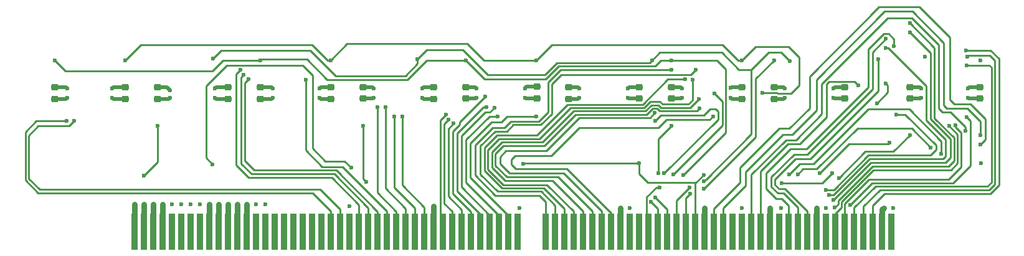
<source format=gbl>
G04 #@! TF.GenerationSoftware,KiCad,Pcbnew,(6.0.0)*
G04 #@! TF.CreationDate,2022-01-26T20:37:23-08:00*
G04 #@! TF.ProjectId,M919_cache,4d393139-5f63-4616-9368-652e6b696361,rev?*
G04 #@! TF.SameCoordinates,Original*
G04 #@! TF.FileFunction,Copper,L4,Bot*
G04 #@! TF.FilePolarity,Positive*
%FSLAX46Y46*%
G04 Gerber Fmt 4.6, Leading zero omitted, Abs format (unit mm)*
G04 Created by KiCad (PCBNEW (6.0.0)) date 2022-01-26 20:37:23*
%MOMM*%
%LPD*%
G01*
G04 APERTURE LIST*
G04 Aperture macros list*
%AMRoundRect*
0 Rectangle with rounded corners*
0 $1 Rounding radius*
0 $2 $3 $4 $5 $6 $7 $8 $9 X,Y pos of 4 corners*
0 Add a 4 corners polygon primitive as box body*
4,1,4,$2,$3,$4,$5,$6,$7,$8,$9,$2,$3,0*
0 Add four circle primitives for the rounded corners*
1,1,$1+$1,$2,$3*
1,1,$1+$1,$4,$5*
1,1,$1+$1,$6,$7*
1,1,$1+$1,$8,$9*
0 Add four rect primitives between the rounded corners*
20,1,$1+$1,$2,$3,$4,$5,0*
20,1,$1+$1,$4,$5,$6,$7,0*
20,1,$1+$1,$6,$7,$8,$9,0*
20,1,$1+$1,$8,$9,$2,$3,0*%
G04 Aperture macros list end*
G04 #@! TA.AperFunction,ConnectorPad*
%ADD10R,0.914000X4.978000*%
G04 #@! TD*
G04 #@! TA.AperFunction,SMDPad,CuDef*
%ADD11RoundRect,0.218750X-0.256250X0.218750X-0.256250X-0.218750X0.256250X-0.218750X0.256250X0.218750X0*%
G04 #@! TD*
G04 #@! TA.AperFunction,SMDPad,CuDef*
%ADD12RoundRect,0.218750X0.256250X-0.218750X0.256250X0.218750X-0.256250X0.218750X-0.256250X-0.218750X0*%
G04 #@! TD*
G04 #@! TA.AperFunction,ViaPad*
%ADD13C,0.600000*%
G04 #@! TD*
G04 #@! TA.AperFunction,Conductor*
%ADD14C,0.750000*%
G04 #@! TD*
G04 #@! TA.AperFunction,Conductor*
%ADD15C,0.500000*%
G04 #@! TD*
G04 #@! TA.AperFunction,Conductor*
%ADD16C,0.250000*%
G04 #@! TD*
G04 APERTURE END LIST*
D10*
X129581000Y-123600000D03*
X130851000Y-123600000D03*
X132121000Y-123600000D03*
X133391000Y-123600000D03*
X134661000Y-123600000D03*
X135931000Y-123600000D03*
X137201000Y-123600000D03*
X138471000Y-123600000D03*
X139741000Y-123600000D03*
X141011000Y-123600000D03*
X142281000Y-123600000D03*
X143551000Y-123600000D03*
X144821000Y-123600000D03*
X146091000Y-123600000D03*
X147361000Y-123600000D03*
X148631000Y-123600000D03*
X149901000Y-123600000D03*
X151171000Y-123600000D03*
X152441000Y-123600000D03*
X153711000Y-123600000D03*
X154981000Y-123600000D03*
X156251000Y-123600000D03*
X157521000Y-123600000D03*
X158791000Y-123600000D03*
X160061000Y-123600000D03*
X161331000Y-123600000D03*
X162601000Y-123600000D03*
X163871000Y-123600000D03*
X165141000Y-123600000D03*
X166411000Y-123600000D03*
X167681000Y-123600000D03*
X168951000Y-123600000D03*
X170221000Y-123600000D03*
X171491000Y-123600000D03*
X172761000Y-123600000D03*
X174031000Y-123600000D03*
X175301000Y-123600000D03*
X176571000Y-123600000D03*
X177841000Y-123600000D03*
X179111000Y-123600000D03*
X180381000Y-123600000D03*
X181651000Y-123600000D03*
X185461000Y-123600000D03*
X186731000Y-123600000D03*
X188001000Y-123600000D03*
X189271000Y-123600000D03*
X190541000Y-123600000D03*
X191811000Y-123600000D03*
X193081000Y-123600000D03*
X194351000Y-123600000D03*
X195621000Y-123600000D03*
X196891000Y-123600000D03*
X198161000Y-123600000D03*
X199431000Y-123600000D03*
X200701000Y-123600000D03*
X201971000Y-123600000D03*
X203241000Y-123600000D03*
X204511000Y-123600000D03*
X205781000Y-123600000D03*
X207051000Y-123600000D03*
X208321000Y-123600000D03*
X209591000Y-123600000D03*
X210861000Y-123600000D03*
X212131000Y-123600000D03*
X213401000Y-123600000D03*
X214671000Y-123600000D03*
X215941000Y-123600000D03*
X217211000Y-123600000D03*
X218481000Y-123600000D03*
X219751000Y-123600000D03*
X221021000Y-123600000D03*
X222291000Y-123600000D03*
X223561000Y-123600000D03*
X224831000Y-123600000D03*
X226101000Y-123600000D03*
X227371000Y-123600000D03*
X228641000Y-123600000D03*
X229911000Y-123600000D03*
X231181000Y-123600000D03*
X232451000Y-123600000D03*
D11*
X118745000Y-103987500D03*
X118745000Y-105562500D03*
D12*
X128270000Y-105562500D03*
X128270000Y-103987500D03*
D11*
X132651500Y-103987500D03*
X132651500Y-105562500D03*
D12*
X142240000Y-105562500D03*
X142240000Y-103987500D03*
D11*
X146621500Y-103987500D03*
X146621500Y-105562500D03*
D12*
X156210000Y-105562500D03*
X156210000Y-103987500D03*
D11*
X160655000Y-103962000D03*
X160655000Y-105537000D03*
D12*
X170180000Y-105562500D03*
X170180000Y-103987500D03*
D11*
X174625000Y-103962000D03*
X174625000Y-105537000D03*
X184213500Y-103924000D03*
X184213500Y-105499000D03*
D12*
X188531500Y-105562500D03*
X188531500Y-103987500D03*
X202501500Y-105524500D03*
X202501500Y-103949500D03*
D11*
X212090000Y-103987500D03*
X212090000Y-105562500D03*
D12*
X216471500Y-105562500D03*
X216471500Y-103987500D03*
D11*
X226060000Y-103962000D03*
X226060000Y-105537000D03*
D12*
X234950000Y-105524500D03*
X234950000Y-103949500D03*
D11*
X244475000Y-103949500D03*
X244475000Y-105524500D03*
X198120000Y-103962000D03*
X198120000Y-105537000D03*
D13*
X142240000Y-119888000D03*
X144780000Y-119888000D03*
X182626000Y-104140000D03*
X168656000Y-104140000D03*
X231394000Y-120396000D03*
X207010000Y-120396000D03*
X132080000Y-119888000D03*
X222250000Y-120396000D03*
X236474000Y-105410000D03*
X237037880Y-99865180D03*
X126492000Y-104140000D03*
X139700000Y-119888000D03*
X244525807Y-100329993D03*
X189992000Y-105410000D03*
X129540000Y-119888000D03*
X162052000Y-105410000D03*
X176022000Y-105410000D03*
X217932000Y-105410000D03*
X210566000Y-104093991D03*
X148336000Y-105410000D03*
X134366000Y-105410000D03*
X196596000Y-104140000D03*
X215900000Y-120396000D03*
X143510000Y-119888000D03*
X133350000Y-119888000D03*
X170180000Y-120142000D03*
X195580000Y-120396000D03*
X140970000Y-119888000D03*
X130810000Y-119888000D03*
X120396000Y-105410000D03*
X242824000Y-104140000D03*
X203962000Y-105410000D03*
X224536000Y-104140000D03*
X140462000Y-104140000D03*
X154686000Y-104140000D03*
X217424000Y-120396000D03*
X138430000Y-119888000D03*
X147320000Y-119888000D03*
X146050000Y-119888000D03*
X182626014Y-105410000D03*
X176022000Y-104140000D03*
X217932000Y-104140000D03*
X203962000Y-104140000D03*
X148336000Y-104140000D03*
X196596000Y-105410000D03*
X126492000Y-105410000D03*
X196850000Y-120396000D03*
X168656000Y-105410000D03*
X223520000Y-120396000D03*
X162052000Y-104140000D03*
X236474000Y-104140000D03*
X158750000Y-120142000D03*
X242824000Y-105410000D03*
X137160000Y-119888000D03*
X244602000Y-114300000D03*
X135890000Y-119888000D03*
X134620000Y-119888000D03*
X120396000Y-104140000D03*
X134366000Y-104394000D03*
X154686000Y-105410000D03*
X232664000Y-120396000D03*
X181864000Y-120396000D03*
X210566000Y-105410000D03*
X224536000Y-105410000D03*
X189992000Y-104140000D03*
X212090000Y-120396000D03*
X140462000Y-105410000D03*
X242628420Y-98943160D03*
X242757960Y-99788980D03*
X242669060Y-100995480D03*
X241150140Y-109171740D03*
X240283998Y-109220000D03*
X230632000Y-100142040D03*
X231670000Y-97396000D03*
X232791000Y-98425000D03*
X231670000Y-103492000D03*
X230449120Y-106151680D03*
X227954840Y-103682800D03*
X242508879Y-109860241D03*
X244525800Y-110490000D03*
X244525800Y-111760000D03*
X214889080Y-104759760D03*
X208366360Y-104823260D03*
X128270000Y-100330000D03*
X202821540Y-115829080D03*
X212090000Y-100330000D03*
X184150000Y-100330000D03*
X156210000Y-100330000D03*
X146634200Y-100330000D03*
X202514200Y-100330000D03*
X174574200Y-100330000D03*
X204152500Y-115925600D03*
X118694200Y-100330000D03*
X132664200Y-109220000D03*
X130813810Y-116005610D03*
X200345040Y-118983760D03*
X161074100Y-116857780D03*
X199773540Y-119557798D03*
X160604200Y-109220000D03*
X202514200Y-109220000D03*
X200726542Y-115658576D03*
X200891140Y-117586590D03*
X208175860Y-107944920D03*
X200294240Y-107469940D03*
X206354682Y-106860340D03*
X206232760Y-105580180D03*
X205425040Y-102943660D03*
X204383640Y-102867460D03*
X205818740Y-101600000D03*
X202514200Y-101600000D03*
X184150000Y-107950000D03*
X178927760Y-107950000D03*
X178460400Y-106738420D03*
X177416460Y-106685080D03*
X177182780Y-105270300D03*
X172935900Y-108892340D03*
X172260324Y-108395999D03*
X171869100Y-107660442D03*
X165933120Y-107947460D03*
X164830760Y-107942380D03*
X163642040Y-106677460D03*
X162580320Y-106664760D03*
X152844500Y-102916009D03*
X145026380Y-102880160D03*
X144356875Y-102301500D03*
X143924020Y-101625570D03*
X121305320Y-108587540D03*
X120286780Y-108572300D03*
X226814380Y-119974360D03*
X242646200Y-108056680D03*
X224716340Y-120347740D03*
X234950000Y-95250000D03*
X234950000Y-96520000D03*
X224574100Y-119273320D03*
X223936614Y-118620626D03*
X231670000Y-98657000D03*
X223512380Y-117917130D03*
X233085640Y-107673140D03*
X234950000Y-110490000D03*
X225277680Y-116354860D03*
X222686880Y-115671600D03*
X232175050Y-111525050D03*
X237769400Y-112148620D03*
X219717620Y-115785900D03*
X224342960Y-115679220D03*
X217510360Y-116982240D03*
X239196880Y-113030000D03*
X218569540Y-115806220D03*
X204954006Y-117630622D03*
X140197840Y-100098860D03*
X218589860Y-100451920D03*
X206964280Y-116779040D03*
X199920860Y-100307140D03*
X168021000Y-100134420D03*
X206928720Y-117774720D03*
X205049120Y-118468142D03*
X216484200Y-100330000D03*
X140174980Y-114439700D03*
X158978600Y-114932460D03*
X206900780Y-115874800D03*
X182377080Y-114363500D03*
X198120000Y-114300000D03*
X200327260Y-108524040D03*
X201543921Y-115684300D03*
D14*
X170221000Y-123600000D02*
X170221000Y-120183000D01*
D15*
X170180000Y-103987500D02*
X168808500Y-103987500D01*
X224714000Y-103962000D02*
X224536000Y-104140000D01*
X226060000Y-103962000D02*
X224714000Y-103962000D01*
D14*
X139741000Y-119929000D02*
X139700000Y-119888000D01*
X140970000Y-119888000D02*
X140970000Y-123559000D01*
D15*
X128270000Y-103987500D02*
X126644500Y-103987500D01*
D14*
X144821000Y-119929000D02*
X144780000Y-119888000D01*
X129581000Y-119929000D02*
X129540000Y-119888000D01*
X207051000Y-120437000D02*
X207010000Y-120396000D01*
D15*
X236359500Y-105524500D02*
X236474000Y-105410000D01*
D14*
X222291000Y-120437000D02*
X222250000Y-120396000D01*
D15*
X175895000Y-105537000D02*
X176022000Y-105410000D01*
X126644500Y-103987500D02*
X126492000Y-104140000D01*
X182842000Y-103924000D02*
X182626000Y-104140000D01*
D14*
X132121000Y-123600000D02*
X132121000Y-119929000D01*
X143510000Y-119888000D02*
X143510000Y-123559000D01*
X142281000Y-123600000D02*
X142281000Y-119929000D01*
X129581000Y-123600000D02*
X129581000Y-119929000D01*
X231181000Y-123600000D02*
X231181000Y-120609000D01*
D15*
X188531500Y-105562500D02*
X189839500Y-105562500D01*
X203847500Y-105524500D02*
X203962000Y-105410000D01*
D14*
X140970000Y-123559000D02*
X141011000Y-123600000D01*
X130851000Y-123600000D02*
X130851000Y-119929000D01*
D15*
X118745000Y-105562500D02*
X120243500Y-105562500D01*
X212090000Y-103987500D02*
X210672491Y-103987500D01*
D14*
X142281000Y-119929000D02*
X142240000Y-119888000D01*
D15*
X120243500Y-105562500D02*
X120396000Y-105410000D01*
X140614500Y-103987500D02*
X140462000Y-104140000D01*
X243014500Y-103949500D02*
X242824000Y-104140000D01*
X196774000Y-103962000D02*
X196596000Y-104140000D01*
X244475000Y-103949500D02*
X243014500Y-103949500D01*
X234950000Y-105524500D02*
X236359500Y-105524500D01*
X132651500Y-105562500D02*
X134213500Y-105562500D01*
D14*
X215941000Y-123600000D02*
X215941000Y-120437000D01*
D15*
X210672491Y-103987500D02*
X210566000Y-104093991D01*
X148183500Y-105562500D02*
X148336000Y-105410000D01*
X142240000Y-103987500D02*
X140614500Y-103987500D01*
X217779500Y-105562500D02*
X217932000Y-105410000D01*
D14*
X144821000Y-123600000D02*
X144821000Y-119929000D01*
D15*
X146621500Y-105562500D02*
X148183500Y-105562500D01*
X184213500Y-103924000D02*
X182842000Y-103924000D01*
X216471500Y-105562500D02*
X217779500Y-105562500D01*
X202501500Y-105524500D02*
X203847500Y-105524500D01*
D14*
X195621000Y-120437000D02*
X195580000Y-120396000D01*
X195621000Y-123600000D02*
X195621000Y-120437000D01*
D15*
X189839500Y-105562500D02*
X189992000Y-105410000D01*
D14*
X207051000Y-123600000D02*
X207051000Y-120437000D01*
D15*
X198120000Y-103962000D02*
X196774000Y-103962000D01*
X156210000Y-103987500D02*
X154838500Y-103987500D01*
D14*
X133391000Y-119929000D02*
X133350000Y-119888000D01*
X133391000Y-123600000D02*
X133391000Y-119929000D01*
D15*
X134213500Y-105562500D02*
X134366000Y-105410000D01*
X174625000Y-105537000D02*
X175895000Y-105537000D01*
X161925000Y-105537000D02*
X162052000Y-105410000D01*
X168808500Y-103987500D02*
X168656000Y-104140000D01*
D14*
X139741000Y-123600000D02*
X139741000Y-119929000D01*
X170221000Y-120183000D02*
X170180000Y-120142000D01*
D15*
X160655000Y-105537000D02*
X161925000Y-105537000D01*
D14*
X231181000Y-120609000D02*
X231394000Y-120396000D01*
X215941000Y-120437000D02*
X215900000Y-120396000D01*
D15*
X154838500Y-103987500D02*
X154686000Y-104140000D01*
D14*
X222291000Y-123600000D02*
X222291000Y-120437000D01*
X132121000Y-119929000D02*
X132080000Y-119888000D01*
X143510000Y-123559000D02*
X143551000Y-123600000D01*
X130851000Y-119929000D02*
X130810000Y-119888000D01*
D15*
X142240000Y-105562500D02*
X140614500Y-105562500D01*
X128270000Y-105562500D02*
X126644500Y-105562500D01*
X210718500Y-105562500D02*
X210566000Y-105410000D01*
X224663000Y-105537000D02*
X224536000Y-105410000D01*
X212090000Y-105562500D02*
X210718500Y-105562500D01*
X175844000Y-103962000D02*
X176022000Y-104140000D01*
X188531500Y-103987500D02*
X189839500Y-103987500D01*
X168808500Y-105562500D02*
X168656000Y-105410000D01*
X234950000Y-103949500D02*
X236283500Y-103949500D01*
X244475000Y-105524500D02*
X242938500Y-105524500D01*
X216471500Y-103987500D02*
X217779500Y-103987500D01*
X120243500Y-103987500D02*
X120396000Y-104140000D01*
X132651500Y-103987500D02*
X133959500Y-103987500D01*
X236283500Y-103949500D02*
X236474000Y-104140000D01*
X203771500Y-103949500D02*
X203962000Y-104140000D01*
X174625000Y-103962000D02*
X175844000Y-103962000D01*
X202501500Y-103949500D02*
X203771500Y-103949500D01*
X170180000Y-105562500D02*
X168808500Y-105562500D01*
X154838500Y-105562500D02*
X154686000Y-105410000D01*
X160655000Y-103962000D02*
X161874000Y-103962000D01*
X126644500Y-105562500D02*
X126492000Y-105410000D01*
X182715014Y-105499000D02*
X182626014Y-105410000D01*
X146621500Y-103987500D02*
X148183500Y-103987500D01*
X198120000Y-105537000D02*
X196723000Y-105537000D01*
X156210000Y-105562500D02*
X154838500Y-105562500D01*
X148183500Y-103987500D02*
X148336000Y-104140000D01*
X242938500Y-105524500D02*
X242824000Y-105410000D01*
X196723000Y-105537000D02*
X196596000Y-105410000D01*
X189839500Y-103987500D02*
X189992000Y-104140000D01*
X217779500Y-103987500D02*
X217932000Y-104140000D01*
X118745000Y-103987500D02*
X120243500Y-103987500D01*
X184213500Y-105499000D02*
X182715014Y-105499000D01*
X226060000Y-105537000D02*
X224663000Y-105537000D01*
X140614500Y-105562500D02*
X140462000Y-105410000D01*
X133959500Y-103987500D02*
X134366000Y-104394000D01*
X161874000Y-103962000D02*
X162052000Y-104140000D01*
D16*
X247063260Y-100505260D02*
X247063260Y-100101400D01*
X229911000Y-123600000D02*
X229911000Y-120037500D01*
X231521000Y-118427500D02*
X245930420Y-118427500D01*
X245905020Y-98943160D02*
X242628420Y-98943160D01*
X247063260Y-100101400D02*
X245905020Y-98943160D01*
X229911000Y-120037500D02*
X231521000Y-118427500D01*
X247063260Y-117294660D02*
X247063260Y-100505260D01*
X245930420Y-118427500D02*
X247063260Y-117294660D01*
X228641000Y-120151800D02*
X230870760Y-117922040D01*
X245734840Y-117922040D02*
X246496840Y-117160040D01*
X230870760Y-117922040D02*
X245734840Y-117922040D01*
X246496840Y-100335080D02*
X245821200Y-99659440D01*
X246496840Y-117160040D02*
X246496840Y-101229160D01*
X246496840Y-101229160D02*
X246496840Y-100335080D01*
X245821200Y-99659440D02*
X242887500Y-99659440D01*
X228641000Y-123600000D02*
X228641000Y-120151800D01*
X242887500Y-99659440D02*
X242757960Y-99788980D01*
X227371000Y-123600000D02*
X227371000Y-120339760D01*
X245493540Y-117439440D02*
X246037100Y-116895880D01*
X245745000Y-100995480D02*
X242669060Y-100995480D01*
X246037100Y-101287580D02*
X245745000Y-100995480D01*
X227371000Y-120339760D02*
X230271320Y-117439440D01*
X230271320Y-117439440D02*
X245493540Y-117439440D01*
X246037100Y-116895880D02*
X246037100Y-101551740D01*
X246037100Y-101551740D02*
X246037100Y-101287580D01*
X241886417Y-114823563D02*
X241886417Y-110162783D01*
X226101000Y-123600000D02*
X226101000Y-119793660D01*
X241886417Y-110162783D02*
X241150140Y-109426506D01*
X229402640Y-116492020D02*
X240217960Y-116492020D01*
X240217960Y-116492020D02*
X241886417Y-114823563D01*
X241150140Y-109426506D02*
X241150140Y-109171740D01*
X226101000Y-119793660D02*
X229402640Y-116492020D01*
X229997442Y-115214400D02*
X240558320Y-115214400D01*
X224831000Y-123600000D02*
X224831000Y-121170782D01*
X225649112Y-119562730D02*
X229997442Y-115214400D01*
X240558320Y-115214400D02*
X241434899Y-114337821D01*
X224831000Y-121170782D02*
X225649112Y-120352670D01*
X241434899Y-110370901D02*
X240283998Y-109220000D01*
X225649112Y-120352670D02*
X225649112Y-119562730D01*
X241434899Y-114337821D02*
X241434899Y-110370901D01*
X216611200Y-116507260D02*
X219395040Y-113723420D01*
X221021000Y-120861000D02*
X217960120Y-117800120D01*
X221021000Y-123600000D02*
X221021000Y-120861000D01*
X217167460Y-117800120D02*
X216611200Y-117243860D01*
X219395040Y-113723420D02*
X221421960Y-113723420D01*
X217960120Y-117800120D02*
X217167460Y-117800120D01*
X230632000Y-104513380D02*
X230632000Y-100142040D01*
X216611200Y-117243860D02*
X216611200Y-116507260D01*
X221421960Y-113723420D02*
X230632000Y-104513380D01*
X229844600Y-99221400D02*
X231670000Y-97396000D01*
X217807540Y-118397020D02*
X216976960Y-118397020D01*
X219751000Y-123600000D02*
X219751000Y-120340480D01*
X219176600Y-113093500D02*
X221002860Y-113093500D01*
X229844600Y-104251760D02*
X229844600Y-99221400D01*
X216976960Y-118397020D02*
X216070180Y-117490240D01*
X219751000Y-120340480D02*
X217807540Y-118397020D01*
X216070180Y-116199920D02*
X219176600Y-113093500D01*
X216070180Y-117490240D02*
X216070180Y-116199920D01*
X221002860Y-113093500D02*
X229844600Y-104251760D01*
X232791000Y-97429320D02*
X232791000Y-98425000D01*
X232069640Y-96707960D02*
X232791000Y-97429320D01*
X218481000Y-120022980D02*
X217566240Y-119108220D01*
X215414860Y-115661440D02*
X218739720Y-112336580D01*
X218739720Y-112336580D02*
X220941900Y-112336580D01*
X217566240Y-119108220D02*
X216783920Y-119108220D01*
X218481000Y-123600000D02*
X218481000Y-120022980D01*
X216783920Y-119108220D02*
X215414860Y-117739160D01*
X229306120Y-98821240D02*
X231419400Y-96707960D01*
X229306120Y-103972360D02*
X229306120Y-98821240D01*
X220941900Y-112336580D02*
X229306120Y-103972360D01*
X215414860Y-117739160D02*
X215414860Y-115661440D01*
X231419400Y-96707960D02*
X232069640Y-96707960D01*
X223965210Y-103199490D02*
X227471530Y-103199490D01*
X227471530Y-103199490D02*
X227954840Y-103682800D01*
X231940100Y-103762100D02*
X231670000Y-103492000D01*
X218396820Y-111701580D02*
X219938600Y-111701580D01*
X223580960Y-103583740D02*
X223965210Y-103199490D01*
X223580960Y-108059220D02*
X223580960Y-103583740D01*
X230449120Y-106151680D02*
X231940100Y-104660700D01*
X219938600Y-111701580D02*
X223580960Y-108059220D01*
X214671000Y-115427400D02*
X218396820Y-111701580D01*
X231940100Y-104660700D02*
X231940100Y-103762100D01*
X214671000Y-123600000D02*
X214671000Y-115427400D01*
X235247180Y-94579440D02*
X238871760Y-98204020D01*
X219466160Y-111137700D02*
X222973900Y-107629960D01*
X238871760Y-106840020D02*
X239196880Y-107165140D01*
X238871760Y-98204020D02*
X238871760Y-106840020D01*
X239400080Y-107370880D02*
X240507520Y-107370880D01*
X242508879Y-109372239D02*
X242508879Y-109860241D01*
X213401000Y-123600000D02*
X213401000Y-115851580D01*
X213401000Y-115851580D02*
X218114880Y-111137700D01*
X218114880Y-111137700D02*
X219466160Y-111137700D01*
X239194340Y-107165140D02*
X239400080Y-107370880D01*
X231927400Y-94579440D02*
X235247180Y-94579440D01*
X222973900Y-103532940D02*
X231927400Y-94579440D01*
X222973900Y-107629960D02*
X222973900Y-103532940D01*
X240507520Y-107370880D02*
X242508879Y-109372239D01*
X242735100Y-106829860D02*
X244525800Y-108620560D01*
X212598000Y-115481100D02*
X217678000Y-110401100D01*
X239570260Y-97944940D02*
X239570260Y-106420920D01*
X217678000Y-110401100D02*
X218963240Y-110401100D01*
X209591000Y-123600000D02*
X209591000Y-120365160D01*
X244525800Y-108620560D02*
X244525800Y-110490000D01*
X209591000Y-120365160D02*
X212598000Y-117358160D01*
X239570260Y-106420920D02*
X239979200Y-106829860D01*
X235297980Y-93672660D02*
X239570260Y-97944940D01*
X212598000Y-117358160D02*
X212598000Y-115481100D01*
X222227140Y-102946200D02*
X231500680Y-93672660D01*
X231500680Y-93672660D02*
X235297980Y-93672660D01*
X222227140Y-107137200D02*
X222227140Y-102946200D01*
X239979200Y-106829860D02*
X242735100Y-106829860D01*
X218963240Y-110401100D02*
X222227140Y-107137200D01*
X240380520Y-105653840D02*
X240949480Y-106222800D01*
X208321000Y-120443900D02*
X211861400Y-116903500D01*
X221294960Y-102519480D02*
X230754430Y-93060010D01*
X236224570Y-93060010D02*
X240380520Y-97215960D01*
X245221760Y-111064040D02*
X244525800Y-111760000D01*
X217164920Y-109567980D02*
X218554300Y-109567980D01*
X245221760Y-108287820D02*
X245221760Y-111064040D01*
X218554300Y-109567980D02*
X221294960Y-106827320D01*
X208321000Y-123600000D02*
X208321000Y-120443900D01*
X230754430Y-93060010D02*
X236224570Y-93060010D01*
X211861400Y-114871500D02*
X217164920Y-109567980D01*
X240949480Y-106222800D02*
X243156740Y-106222800D01*
X243156740Y-106222800D02*
X245221760Y-108287820D01*
X221294960Y-106827320D02*
X221294960Y-102519480D01*
X240380520Y-97215960D02*
X240380520Y-105653840D01*
X211861400Y-116903500D02*
X211861400Y-114871500D01*
X158452820Y-98087180D02*
X156210000Y-100330000D01*
X186265820Y-98214180D02*
X184150000Y-100330000D01*
X177027840Y-100330000D02*
X174785020Y-98087180D01*
X202821540Y-115829080D02*
X209491580Y-109159040D01*
X184150000Y-100330000D02*
X177027840Y-100330000D01*
X219890340Y-103698040D02*
X219890340Y-99882960D01*
X218495880Y-98488500D02*
X213931500Y-98488500D01*
X155795980Y-100330000D02*
X153644600Y-98178620D01*
X156210000Y-100330000D02*
X155795980Y-100330000D01*
X174785020Y-98087180D02*
X158452820Y-98087180D01*
X216912754Y-104759760D02*
X216935614Y-104782620D01*
X209491580Y-105948480D02*
X208366360Y-104823260D01*
X214889080Y-104759760D02*
X216912754Y-104759760D01*
X218805760Y-104782620D02*
X219890340Y-103698040D01*
X212090000Y-100330000D02*
X211617560Y-100330000D01*
X130421380Y-98178620D02*
X128270000Y-100330000D01*
X213931500Y-98488500D02*
X212090000Y-100330000D01*
X153644600Y-98178620D02*
X130421380Y-98178620D01*
X209501740Y-98214180D02*
X186265820Y-98214180D01*
X211617560Y-100330000D02*
X209501740Y-98214180D01*
X216935614Y-104782620D02*
X218805760Y-104782620D01*
X219890340Y-99882960D02*
X218495880Y-98488500D01*
X209491580Y-109159040D02*
X209491580Y-105948480D01*
X185417460Y-102903020D02*
X177147220Y-102903020D01*
X140126720Y-101760020D02*
X120124220Y-101760020D01*
X201058780Y-100330000D02*
X200304400Y-101084380D01*
X187236100Y-101084380D02*
X185417460Y-102903020D01*
X202514200Y-100330000D02*
X201058780Y-100330000D01*
X166641780Y-102923340D02*
X155747720Y-102923340D01*
X169235120Y-100330000D02*
X166641780Y-102923340D01*
X146634200Y-100330000D02*
X141556740Y-100330000D01*
X141556740Y-100330000D02*
X140126720Y-101760020D01*
X204152500Y-115925600D02*
X209941591Y-110136509D01*
X209941591Y-105762080D02*
X209921271Y-105741760D01*
X209921271Y-105741760D02*
X209921271Y-101559791D01*
X155747720Y-102923340D02*
X153022300Y-100197920D01*
X153022300Y-100197920D02*
X146766280Y-100197920D01*
X209941591Y-110136509D02*
X209941591Y-105762080D01*
X174574200Y-100330000D02*
X169235120Y-100330000D01*
X209921271Y-101559791D02*
X208691480Y-100330000D01*
X120124220Y-101760020D02*
X118694200Y-100330000D01*
X177147220Y-102903020D02*
X174574200Y-100330000D01*
X146766280Y-100197920D02*
X146634200Y-100330000D01*
X200304400Y-101084380D02*
X187236100Y-101084380D01*
X208691480Y-100330000D02*
X202514200Y-100330000D01*
X132664200Y-109220000D02*
X132664200Y-114155220D01*
X201971000Y-123600000D02*
X201971000Y-120609720D01*
X201971000Y-120609720D02*
X200345040Y-118983760D01*
X132664200Y-114155220D02*
X130813810Y-116005610D01*
X160604200Y-116387880D02*
X160604200Y-109220000D01*
X161074100Y-116857780D02*
X160604200Y-116387880D01*
X200701000Y-123600000D02*
X200701000Y-120485258D01*
X200701000Y-120485258D02*
X199773540Y-119557798D01*
X199148538Y-123317538D02*
X199148538Y-118904928D01*
X200466876Y-117586590D02*
X200891140Y-117586590D01*
X200726542Y-111007658D02*
X200726542Y-115658576D01*
X199431000Y-123600000D02*
X199148538Y-123317538D01*
X199148538Y-118904928D02*
X200466876Y-117586590D01*
X202514200Y-109220000D02*
X200726542Y-111007658D01*
X186182000Y-113294160D02*
X189979300Y-109496860D01*
X194351000Y-121077080D02*
X188348620Y-115074700D01*
X181284880Y-113294160D02*
X186182000Y-113294160D01*
X200601580Y-109496860D02*
X200726040Y-109496860D01*
X201820780Y-108402120D02*
X207718660Y-108402120D01*
X188348620Y-115074700D02*
X181343300Y-115074700D01*
X194351000Y-123600000D02*
X194351000Y-121077080D01*
X181343300Y-115074700D02*
X180751480Y-114482880D01*
X189979300Y-109496860D02*
X200601580Y-109496860D01*
X180751480Y-113827560D02*
X181284880Y-113294160D01*
X207718660Y-108402120D02*
X208175860Y-107944920D01*
X200726040Y-109496860D02*
X201820780Y-108402120D01*
X180751480Y-114482880D02*
X180751480Y-113827560D01*
X190014581Y-108145859D02*
X199618321Y-108145859D01*
X179242720Y-113433860D02*
X180025040Y-112651540D01*
X187861120Y-115641120D02*
X180487320Y-115641120D01*
X185508900Y-112651540D02*
X190014581Y-108145859D01*
X193081000Y-123600000D02*
X193081000Y-120861000D01*
X199618321Y-108145859D02*
X200294240Y-107469940D01*
X180487320Y-115641120D02*
X179242720Y-114396520D01*
X179242720Y-114396520D02*
X179242720Y-113433860D01*
X180025040Y-112651540D02*
X185508900Y-112651540D01*
X193081000Y-120861000D02*
X187861120Y-115641120D01*
X180164740Y-116164360D02*
X178615340Y-114614960D01*
X200919242Y-107195458D02*
X206019564Y-107195458D01*
X206019564Y-107195458D02*
X206354682Y-106860340D01*
X187114360Y-116164360D02*
X180164740Y-116164360D01*
X191811000Y-123600000D02*
X191811000Y-120861000D01*
X199161118Y-107678058D02*
X199994238Y-106844938D01*
X191811000Y-120861000D02*
X187114360Y-116164360D01*
X199994238Y-106844938D02*
X200568722Y-106844938D01*
X189501942Y-107678058D02*
X199161118Y-107678058D01*
X200568722Y-106844938D02*
X200919242Y-107195458D01*
X185272680Y-111907320D02*
X189501942Y-107678058D01*
X178615340Y-114614960D02*
X178615340Y-112994440D01*
X178615340Y-112994440D02*
X179702460Y-111907320D01*
X179702460Y-111907320D02*
X185272680Y-111907320D01*
X178145440Y-114929920D02*
X178145440Y-112778540D01*
X186365060Y-116685060D02*
X179900580Y-116685060D01*
X190541000Y-120861000D02*
X186365060Y-116685060D01*
X201131162Y-106745447D02*
X205067493Y-106745447D01*
X179900580Y-116685060D02*
X178145440Y-114929920D01*
X205067493Y-106745447D02*
X206232760Y-105580180D01*
X190541000Y-123600000D02*
X190541000Y-120861000D01*
X178145440Y-112778540D02*
X179478940Y-111445040D01*
X179478940Y-111445040D02*
X185018680Y-111445040D01*
X199807838Y-106394927D02*
X200780642Y-106394927D01*
X185018680Y-111445040D02*
X189235673Y-107228047D01*
X198974718Y-107228047D02*
X199807838Y-106394927D01*
X189235673Y-107228047D02*
X198974718Y-107228047D01*
X200780642Y-106394927D02*
X201131162Y-106745447D01*
X177601880Y-115150900D02*
X177601880Y-112483900D01*
X205425040Y-105727500D02*
X205425040Y-102943660D01*
X204857104Y-106295436D02*
X205425040Y-105727500D01*
X198788318Y-106778036D02*
X199621438Y-105944916D01*
X179682140Y-117231160D02*
X177601880Y-115150900D01*
X201317561Y-106295436D02*
X204857104Y-106295436D01*
X199621438Y-105944916D02*
X200967042Y-105944916D01*
X188796684Y-106778036D02*
X198788318Y-106778036D01*
X177601880Y-112483900D02*
X179110640Y-110975140D01*
X189271000Y-120861000D02*
X185641160Y-117231160D01*
X185641160Y-117231160D02*
X179682140Y-117231160D01*
X184599580Y-110975140D02*
X188796684Y-106778036D01*
X189271000Y-123600000D02*
X189271000Y-120861000D01*
X200967042Y-105944916D02*
X201317561Y-106295436D01*
X179110640Y-110975140D02*
X184599580Y-110975140D01*
X178838860Y-110505240D02*
X184254140Y-110505240D01*
X177131980Y-112212120D02*
X178838860Y-110505240D01*
X185191400Y-117698520D02*
X179478940Y-117698520D01*
X202062484Y-102867460D02*
X204383640Y-102867460D01*
X198601919Y-106328025D02*
X202062484Y-102867460D01*
X188001000Y-123600000D02*
X188001000Y-120508120D01*
X177131980Y-115351560D02*
X177131980Y-112212120D01*
X188431355Y-106328025D02*
X198601919Y-106328025D01*
X179478940Y-117698520D02*
X177131980Y-115351560D01*
X184254140Y-110505240D02*
X188431355Y-106328025D01*
X188001000Y-120508120D02*
X185191400Y-117698520D01*
X186731000Y-120053460D02*
X184826071Y-118148531D01*
X184795160Y-109095540D02*
X186255660Y-107635040D01*
X186731000Y-123600000D02*
X186731000Y-120053460D01*
X176588420Y-115796060D02*
X176588420Y-111965740D01*
X205176281Y-102242459D02*
X205818740Y-101600000D01*
X187594401Y-102242459D02*
X205176281Y-102242459D01*
X181038500Y-109095540D02*
X184795160Y-109095540D01*
X178569620Y-109984540D02*
X180149500Y-109984540D01*
X176588420Y-111965740D02*
X178569620Y-109984540D01*
X186255660Y-103581200D02*
X187594401Y-102242459D01*
X186255660Y-107635040D02*
X186255660Y-103581200D01*
X178940891Y-118148531D02*
X176588420Y-115796060D01*
X184826071Y-118148531D02*
X178940891Y-118148531D01*
X180149500Y-109984540D02*
X181038500Y-109095540D01*
X175895000Y-115943380D02*
X175895000Y-111815880D01*
X175895000Y-111815880D02*
X178244500Y-109466380D01*
X187454540Y-101600000D02*
X202514200Y-101600000D01*
X185461000Y-119549570D02*
X184575150Y-118663720D01*
X185740040Y-103314500D02*
X187454540Y-101600000D01*
X180677820Y-108625640D02*
X184500520Y-108625640D01*
X178615340Y-118663720D02*
X175895000Y-115943380D01*
X185461000Y-123600000D02*
X185461000Y-119549570D01*
X178244500Y-109466380D02*
X179837080Y-109466380D01*
X179837080Y-109466380D02*
X180677820Y-108625640D01*
X185740040Y-107386120D02*
X185740040Y-103314500D01*
X184500520Y-108625640D02*
X185740040Y-107386120D01*
X184575150Y-118663720D02*
X178615340Y-118663720D01*
X175229520Y-111582200D02*
X178059080Y-108752640D01*
X180381000Y-121419980D02*
X175229520Y-116268500D01*
X175229520Y-116268500D02*
X175229520Y-111582200D01*
X180381000Y-123600000D02*
X180381000Y-121419980D01*
X180223160Y-107950000D02*
X184150000Y-107950000D01*
X178059080Y-108752640D02*
X179420520Y-108752640D01*
X179420520Y-108752640D02*
X180223160Y-107950000D01*
X177802540Y-107950000D02*
X178927760Y-107950000D01*
X174635160Y-116908580D02*
X174635160Y-111117380D01*
X174635160Y-111117380D02*
X177802540Y-107950000D01*
X179111000Y-123600000D02*
X179111000Y-121384420D01*
X179111000Y-121384420D02*
X174635160Y-116908580D01*
X177256800Y-107357820D02*
X177841000Y-107357820D01*
X174017940Y-110596680D02*
X177256800Y-107357820D01*
X177841000Y-107357820D02*
X178460400Y-106738420D01*
X177841000Y-123600000D02*
X177841000Y-121376800D01*
X177841000Y-121376800D02*
X174017940Y-117553740D01*
X174017940Y-117553740D02*
X174017940Y-110596680D01*
X176992196Y-106685080D02*
X177416460Y-106685080D01*
X173423580Y-118099840D02*
X173423580Y-110253696D01*
X176571000Y-123600000D02*
X176571000Y-121247260D01*
X173423580Y-110253696D02*
X176992196Y-106685080D01*
X176571000Y-121247260D02*
X173423580Y-118099840D01*
X175301000Y-123600000D02*
X175301000Y-120947540D01*
X172780960Y-118427500D02*
X172780960Y-110009940D01*
X173730920Y-109059980D02*
X173730920Y-108722160D01*
X175757840Y-106695240D02*
X177182780Y-105270300D01*
X173730920Y-108722160D02*
X175757840Y-106695240D01*
X175301000Y-120947540D02*
X172780960Y-118427500D01*
X172780960Y-110009940D02*
X173730920Y-109059980D01*
X174031000Y-120673220D02*
X174031000Y-123600000D01*
X172189140Y-118831360D02*
X174031000Y-120673220D01*
X172935900Y-108892340D02*
X172189140Y-109639100D01*
X172189140Y-109639100D02*
X172189140Y-118831360D01*
X171668440Y-108987883D02*
X172260324Y-108395999D01*
X172761000Y-123600000D02*
X172761000Y-120861000D01*
X171668440Y-119768440D02*
X171668440Y-108987883D01*
X172761000Y-120861000D02*
X171668440Y-119768440D01*
X171099480Y-123208480D02*
X171099480Y-108430062D01*
X171491000Y-123600000D02*
X171099480Y-123208480D01*
X171099480Y-108430062D02*
X171869100Y-107660442D01*
X168951000Y-120325240D02*
X165933120Y-117307360D01*
X165933120Y-117307360D02*
X165933120Y-107947460D01*
X168951000Y-123600000D02*
X168951000Y-120325240D01*
X167681000Y-120434460D02*
X164830760Y-117584220D01*
X167681000Y-123600000D02*
X167681000Y-120434460D01*
X164830760Y-117584220D02*
X164830760Y-107942380D01*
X166411000Y-123600000D02*
X166411000Y-120495420D01*
X163642040Y-117726460D02*
X163642040Y-106677460D01*
X166411000Y-120495420D02*
X163642040Y-117726460D01*
X165141000Y-120876420D02*
X162580320Y-118315740D01*
X165141000Y-123600000D02*
X165141000Y-120876420D01*
X162580320Y-118315740D02*
X162580320Y-106664760D01*
X163871000Y-123600000D02*
X163871000Y-120861000D01*
X152844500Y-112560100D02*
X152844500Y-102916009D01*
X157797680Y-114787680D02*
X155072080Y-114787680D01*
X163871000Y-120861000D02*
X157797680Y-114787680D01*
X155072080Y-114787680D02*
X152844500Y-112560100D01*
X144553940Y-103352600D02*
X145026380Y-102880160D01*
X144553940Y-113985040D02*
X144553940Y-103352600D01*
X156961840Y-115270280D02*
X145839180Y-115270280D01*
X162601000Y-123600000D02*
X162601000Y-120909440D01*
X145839180Y-115270280D02*
X144553940Y-113985040D01*
X162601000Y-120909440D02*
X156961840Y-115270280D01*
X144056876Y-114351576D02*
X144056876Y-102601499D01*
X161331000Y-120381120D02*
X156692600Y-115742720D01*
X144056876Y-102601499D02*
X144356875Y-102301500D01*
X145448020Y-115742720D02*
X144056876Y-114351576D01*
X161331000Y-123600000D02*
X161331000Y-120381120D01*
X156692600Y-115742720D02*
X145448020Y-115742720D01*
X160061000Y-123600000D02*
X160061000Y-119934080D01*
X156380180Y-116253260D02*
X145041620Y-116253260D01*
X143339820Y-114551460D02*
X143339820Y-102209770D01*
X145041620Y-116253260D02*
X143339820Y-114551460D01*
X143339820Y-102209770D02*
X143924020Y-101625570D01*
X160061000Y-119934080D02*
X156380180Y-116253260D01*
X157521000Y-120609720D02*
X154800300Y-117889020D01*
X157521000Y-123600000D02*
X157521000Y-120609720D01*
X115163600Y-110543340D02*
X116448840Y-109258100D01*
X154800300Y-117889020D02*
X116672360Y-117889020D01*
X120634760Y-109258100D02*
X121305320Y-108587540D01*
X116672360Y-117889020D02*
X115163600Y-116380260D01*
X116448840Y-109258100D02*
X120634760Y-109258100D01*
X115163600Y-116380260D02*
X115163600Y-110543340D01*
X156251000Y-123600000D02*
X156251000Y-120861000D01*
X114708940Y-116588540D02*
X114708940Y-110070900D01*
X116459431Y-118339031D02*
X114708940Y-116588540D01*
X156251000Y-120861000D02*
X153729031Y-118339031D01*
X116207540Y-108572300D02*
X120286780Y-108572300D01*
X153729031Y-118339031D02*
X116459431Y-118339031D01*
X114708940Y-110070900D02*
X116207540Y-108572300D01*
X243149121Y-108559601D02*
X242646200Y-108056680D01*
X229811580Y-116977160D02*
X240774220Y-116977160D01*
X243149121Y-114602259D02*
X243149121Y-108559601D01*
X240774220Y-116977160D02*
X243149121Y-114602259D01*
X226814380Y-119974360D02*
X229811580Y-116977160D01*
X238302800Y-98602800D02*
X238302800Y-108199362D01*
X225199101Y-119864979D02*
X224716340Y-120347740D01*
X225199101Y-119369595D02*
X225199101Y-119864979D01*
X240210340Y-114691160D02*
X229877536Y-114691160D01*
X240951858Y-110848420D02*
X240951858Y-113949642D01*
X240951858Y-113949642D02*
X240210340Y-114691160D01*
X229877536Y-114691160D02*
X225199101Y-119369595D01*
X238302800Y-108199362D02*
X240951858Y-110848420D01*
X234950000Y-95250000D02*
X238302800Y-98602800D01*
X239834420Y-114226340D02*
X229621080Y-114226340D01*
X240501847Y-111034820D02*
X240501847Y-113558913D01*
X234950000Y-96520000D02*
X237754160Y-99324160D01*
X237754160Y-99324160D02*
X237754160Y-108287133D01*
X229621080Y-114226340D02*
X224574100Y-119273320D01*
X240501847Y-113558913D02*
X239834420Y-114226340D01*
X237754160Y-108287133D02*
X240501847Y-111034820D01*
X224561398Y-118620626D02*
X223936614Y-118620626D01*
X231670000Y-98657000D02*
X232007000Y-98657000D01*
X239831880Y-111114840D02*
X239831880Y-113329720D01*
X239831880Y-113329720D02*
X239483900Y-113677700D01*
X237187740Y-103837740D02*
X237187740Y-108470700D01*
X232007000Y-98657000D02*
X237187740Y-103837740D01*
X239483900Y-113677700D02*
X229504324Y-113677700D01*
X229504324Y-113677700D02*
X224561398Y-118620626D01*
X237187740Y-108470700D02*
X239831880Y-111114840D01*
X233085640Y-107673140D02*
X234287060Y-107673140D01*
X238480600Y-112473740D02*
X237741460Y-113212880D01*
X234287060Y-107673140D02*
X238480600Y-111866680D01*
X229310151Y-113212880D02*
X224605901Y-117917130D01*
X224605901Y-117917130D02*
X223512380Y-117917130D01*
X237741460Y-113212880D02*
X229310151Y-113212880D01*
X238480600Y-111866680D02*
X238480600Y-112473740D01*
X234950000Y-110490000D02*
X232719880Y-112720120D01*
X228912420Y-112720120D02*
X225277680Y-116354860D01*
X232719880Y-112720120D02*
X228912420Y-112720120D01*
X222686880Y-115671600D02*
X226677220Y-111681260D01*
X232018840Y-111681260D02*
X232175050Y-111525050D01*
X226677220Y-111681260D02*
X232018840Y-111681260D01*
X220418660Y-115084860D02*
X221795340Y-115084860D01*
X235186220Y-109565440D02*
X237769400Y-112148620D01*
X219717620Y-115785900D02*
X220418660Y-115084860D01*
X222303340Y-115084860D02*
X227822760Y-109565440D01*
X222130620Y-115084860D02*
X222303340Y-115084860D01*
X227822760Y-109565440D02*
X235186220Y-109565440D01*
X221795340Y-115084860D02*
X222130620Y-115084860D01*
X223039940Y-116982240D02*
X217510360Y-116982240D01*
X224342960Y-115679220D02*
X223039940Y-116982240D01*
X219948760Y-114427000D02*
X221828360Y-114427000D01*
X239196880Y-111297720D02*
X239196880Y-113030000D01*
X218569540Y-115806220D02*
X219948760Y-114427000D01*
X221828360Y-114427000D02*
X229306120Y-106949240D01*
X229306120Y-106949240D02*
X234848400Y-106949240D01*
X234848400Y-106949240D02*
X239196880Y-111297720D01*
X185333640Y-102298500D02*
X177581560Y-102298500D01*
X203241000Y-123600000D02*
X203241000Y-119343628D01*
X217398600Y-99260660D02*
X218589860Y-100451920D01*
X187002420Y-100629720D02*
X185333640Y-102298500D01*
X215752680Y-99260660D02*
X217398600Y-99260660D01*
X166347140Y-102443280D02*
X156880560Y-102443280D01*
X200957180Y-99270820D02*
X199920860Y-100307140D01*
X168021000Y-100134420D02*
X168021000Y-100769420D01*
X207264279Y-116479041D02*
X206964280Y-116779040D01*
X209364580Y-99270820D02*
X200957180Y-99270820D01*
X213387940Y-101625400D02*
X211719160Y-101625400D01*
X199920860Y-100307140D02*
X199598280Y-100629720D01*
X199598280Y-100629720D02*
X187002420Y-100629720D01*
X174162720Y-98879660D02*
X169275760Y-98879660D01*
X141325600Y-98971100D02*
X140197840Y-100098860D01*
X177581560Y-102298500D02*
X174162720Y-98879660D01*
X213387940Y-110355380D02*
X207264279Y-116479041D01*
X168021000Y-100769420D02*
X166347140Y-102443280D01*
X213387940Y-101625400D02*
X213387940Y-110355380D01*
X203241000Y-119343628D02*
X204954006Y-117630622D01*
X213387940Y-101625400D02*
X215752680Y-99260660D01*
X153408380Y-98971100D02*
X141325600Y-98971100D01*
X156880560Y-102443280D02*
X153408380Y-98971100D01*
X169275760Y-98879660D02*
X168021000Y-100134420D01*
X211719160Y-101625400D02*
X209364580Y-99270820D01*
X216484200Y-100330000D02*
X213995000Y-102819200D01*
X204511000Y-123600000D02*
X204511000Y-119006262D01*
X213995000Y-102819200D02*
X213995000Y-110708440D01*
X204511000Y-119006262D02*
X205049120Y-118468142D01*
X213995000Y-110708440D02*
X206928720Y-117774720D01*
X153763980Y-112306100D02*
X155486100Y-114028220D01*
X205781000Y-116994580D02*
X206900780Y-115874800D01*
X206900780Y-115874800D02*
X205854300Y-116921280D01*
X198120000Y-114300000D02*
X182440580Y-114300000D01*
X205854300Y-116921280D02*
X199331580Y-116921280D01*
X139316460Y-113581180D02*
X139316460Y-103809800D01*
X155486100Y-114028220D02*
X158074360Y-114028220D01*
X158074360Y-114028220D02*
X158978600Y-114932460D01*
X142125700Y-101000560D02*
X152435560Y-101000560D01*
X205781000Y-123600000D02*
X205781000Y-116994580D01*
X198120000Y-115709700D02*
X198120000Y-114300000D01*
X153763980Y-102328980D02*
X153763980Y-112306100D01*
X152435560Y-101000560D02*
X153763980Y-102328980D01*
X182440580Y-114300000D02*
X182377080Y-114363500D01*
X140174980Y-114439700D02*
X139316460Y-113581180D01*
X199331580Y-116921280D02*
X198120000Y-115709700D01*
X139316460Y-103809800D02*
X142125700Y-101000560D01*
X208546700Y-106959400D02*
X208871820Y-107284520D01*
X200327260Y-108524040D02*
X201091800Y-107759500D01*
X208871820Y-108356401D02*
X201543921Y-115684300D01*
X206946500Y-107759500D02*
X207746600Y-106959400D01*
X208871820Y-107284520D02*
X208871820Y-108356401D01*
X207746600Y-106959400D02*
X208546700Y-106959400D01*
X201091800Y-107759500D02*
X206946500Y-107759500D01*
M02*

</source>
